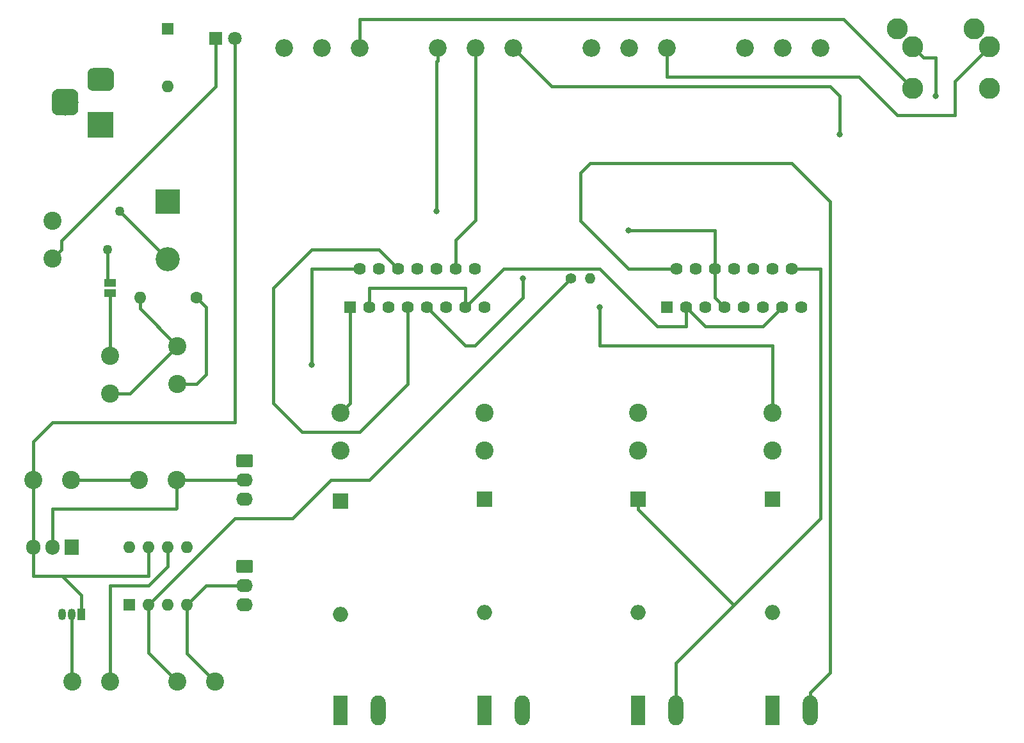
<source format=gbr>
G04 #@! TF.GenerationSoftware,KiCad,Pcbnew,(5.1.4)-1*
G04 #@! TF.CreationDate,2019-11-15T12:49:53-05:00*
G04 #@! TF.ProjectId,ffb,6666622e-6b69-4636-9164-5f7063625858,rev?*
G04 #@! TF.SameCoordinates,Original*
G04 #@! TF.FileFunction,Copper,L1,Top*
G04 #@! TF.FilePolarity,Positive*
%FSLAX46Y46*%
G04 Gerber Fmt 4.6, Leading zero omitted, Abs format (unit mm)*
G04 Created by KiCad (PCBNEW (5.1.4)-1) date 2019-11-15 12:49:53*
%MOMM*%
%LPD*%
G04 APERTURE LIST*
%ADD10C,2.400000*%
%ADD11C,1.600000*%
%ADD12O,1.600000X1.600000*%
%ADD13O,2.000000X2.000000*%
%ADD14R,2.000000X2.000000*%
%ADD15R,1.800000X1.800000*%
%ADD16C,1.800000*%
%ADD17R,3.200000X3.200000*%
%ADD18O,3.200000X3.200000*%
%ADD19C,1.270000*%
%ADD20R,3.500000X3.500000*%
%ADD21C,0.100000*%
%ADD22C,3.000000*%
%ADD23C,3.500000*%
%ADD24R,1.980000X3.960000*%
%ADD25O,1.980000X3.960000*%
%ADD26C,2.800000*%
%ADD27R,1.500000X1.000000*%
%ADD28C,1.740000*%
%ADD29O,2.200000X1.740000*%
%ADD30O,1.050000X1.500000*%
%ADD31R,1.050000X1.500000*%
%ADD32C,2.340000*%
%ADD33R,1.600000X1.600000*%
%ADD34C,1.400000*%
%ADD35O,1.400000X1.400000*%
%ADD36R,1.905000X2.000000*%
%ADD37O,1.905000X2.000000*%
%ADD38C,1.620000*%
%ADD39R,1.620000X1.620000*%
%ADD40C,0.800000*%
%ADD41C,0.400000*%
%ADD42C,0.250000*%
G04 APERTURE END LIST*
D10*
X71120000Y-81360000D03*
X71120000Y-86360000D03*
X62230000Y-87630000D03*
X62230000Y-82630000D03*
X54610000Y-64770000D03*
X54610000Y-69770000D03*
D11*
X73660000Y-74930000D03*
D12*
X66160000Y-74930000D03*
D13*
X132080000Y-116600000D03*
D14*
X132080000Y-101600000D03*
X149860000Y-101600000D03*
D13*
X149860000Y-116600000D03*
D14*
X111760000Y-101600000D03*
D13*
X111760000Y-116600000D03*
X92710000Y-116840000D03*
D14*
X92710000Y-101840000D03*
D15*
X76200000Y-40640000D03*
D16*
X78740000Y-40640000D03*
D17*
X69850000Y-62230000D03*
D18*
X69850000Y-69850000D03*
D19*
X61900000Y-68600000D03*
X63500000Y-63500000D03*
D20*
X60960000Y-52070000D03*
D21*
G36*
X62033513Y-44573611D02*
G01*
X62106318Y-44584411D01*
X62177714Y-44602295D01*
X62247013Y-44627090D01*
X62313548Y-44658559D01*
X62376678Y-44696398D01*
X62435795Y-44740242D01*
X62490330Y-44789670D01*
X62539758Y-44844205D01*
X62583602Y-44903322D01*
X62621441Y-44966452D01*
X62652910Y-45032987D01*
X62677705Y-45102286D01*
X62695589Y-45173682D01*
X62706389Y-45246487D01*
X62710000Y-45320000D01*
X62710000Y-46820000D01*
X62706389Y-46893513D01*
X62695589Y-46966318D01*
X62677705Y-47037714D01*
X62652910Y-47107013D01*
X62621441Y-47173548D01*
X62583602Y-47236678D01*
X62539758Y-47295795D01*
X62490330Y-47350330D01*
X62435795Y-47399758D01*
X62376678Y-47443602D01*
X62313548Y-47481441D01*
X62247013Y-47512910D01*
X62177714Y-47537705D01*
X62106318Y-47555589D01*
X62033513Y-47566389D01*
X61960000Y-47570000D01*
X59960000Y-47570000D01*
X59886487Y-47566389D01*
X59813682Y-47555589D01*
X59742286Y-47537705D01*
X59672987Y-47512910D01*
X59606452Y-47481441D01*
X59543322Y-47443602D01*
X59484205Y-47399758D01*
X59429670Y-47350330D01*
X59380242Y-47295795D01*
X59336398Y-47236678D01*
X59298559Y-47173548D01*
X59267090Y-47107013D01*
X59242295Y-47037714D01*
X59224411Y-46966318D01*
X59213611Y-46893513D01*
X59210000Y-46820000D01*
X59210000Y-45320000D01*
X59213611Y-45246487D01*
X59224411Y-45173682D01*
X59242295Y-45102286D01*
X59267090Y-45032987D01*
X59298559Y-44966452D01*
X59336398Y-44903322D01*
X59380242Y-44844205D01*
X59429670Y-44789670D01*
X59484205Y-44740242D01*
X59543322Y-44696398D01*
X59606452Y-44658559D01*
X59672987Y-44627090D01*
X59742286Y-44602295D01*
X59813682Y-44584411D01*
X59886487Y-44573611D01*
X59960000Y-44570000D01*
X61960000Y-44570000D01*
X62033513Y-44573611D01*
X62033513Y-44573611D01*
G37*
D22*
X60960000Y-46070000D03*
D21*
G36*
X57220765Y-47324213D02*
G01*
X57305704Y-47336813D01*
X57388999Y-47357677D01*
X57469848Y-47386605D01*
X57547472Y-47423319D01*
X57621124Y-47467464D01*
X57690094Y-47518616D01*
X57753718Y-47576282D01*
X57811384Y-47639906D01*
X57862536Y-47708876D01*
X57906681Y-47782528D01*
X57943395Y-47860152D01*
X57972323Y-47941001D01*
X57993187Y-48024296D01*
X58005787Y-48109235D01*
X58010000Y-48195000D01*
X58010000Y-49945000D01*
X58005787Y-50030765D01*
X57993187Y-50115704D01*
X57972323Y-50198999D01*
X57943395Y-50279848D01*
X57906681Y-50357472D01*
X57862536Y-50431124D01*
X57811384Y-50500094D01*
X57753718Y-50563718D01*
X57690094Y-50621384D01*
X57621124Y-50672536D01*
X57547472Y-50716681D01*
X57469848Y-50753395D01*
X57388999Y-50782323D01*
X57305704Y-50803187D01*
X57220765Y-50815787D01*
X57135000Y-50820000D01*
X55385000Y-50820000D01*
X55299235Y-50815787D01*
X55214296Y-50803187D01*
X55131001Y-50782323D01*
X55050152Y-50753395D01*
X54972528Y-50716681D01*
X54898876Y-50672536D01*
X54829906Y-50621384D01*
X54766282Y-50563718D01*
X54708616Y-50500094D01*
X54657464Y-50431124D01*
X54613319Y-50357472D01*
X54576605Y-50279848D01*
X54547677Y-50198999D01*
X54526813Y-50115704D01*
X54514213Y-50030765D01*
X54510000Y-49945000D01*
X54510000Y-48195000D01*
X54514213Y-48109235D01*
X54526813Y-48024296D01*
X54547677Y-47941001D01*
X54576605Y-47860152D01*
X54613319Y-47782528D01*
X54657464Y-47708876D01*
X54708616Y-47639906D01*
X54766282Y-47576282D01*
X54829906Y-47518616D01*
X54898876Y-47467464D01*
X54972528Y-47423319D01*
X55050152Y-47386605D01*
X55131001Y-47357677D01*
X55214296Y-47336813D01*
X55299235Y-47324213D01*
X55385000Y-47320000D01*
X57135000Y-47320000D01*
X57220765Y-47324213D01*
X57220765Y-47324213D01*
G37*
D23*
X56260000Y-49070000D03*
D24*
X132080000Y-129540000D03*
D25*
X137080000Y-129540000D03*
X154860000Y-129540000D03*
D24*
X149860000Y-129540000D03*
D26*
X176530000Y-39370000D03*
X178530000Y-41770000D03*
X178530000Y-47270000D03*
D25*
X116760000Y-129540000D03*
D24*
X111760000Y-129540000D03*
D26*
X168370000Y-47270000D03*
X168370000Y-41770000D03*
X166370000Y-39370000D03*
D24*
X92710000Y-129540000D03*
D25*
X97710000Y-129540000D03*
D27*
X62230000Y-74310000D03*
X62230000Y-73010000D03*
D21*
G36*
X80884505Y-109621204D02*
G01*
X80908773Y-109624804D01*
X80932572Y-109630765D01*
X80955671Y-109639030D01*
X80977850Y-109649520D01*
X80998893Y-109662132D01*
X81018599Y-109676747D01*
X81036777Y-109693223D01*
X81053253Y-109711401D01*
X81067868Y-109731107D01*
X81080480Y-109752150D01*
X81090970Y-109774329D01*
X81099235Y-109797428D01*
X81105196Y-109821227D01*
X81108796Y-109845495D01*
X81110000Y-109869999D01*
X81110000Y-111110001D01*
X81108796Y-111134505D01*
X81105196Y-111158773D01*
X81099235Y-111182572D01*
X81090970Y-111205671D01*
X81080480Y-111227850D01*
X81067868Y-111248893D01*
X81053253Y-111268599D01*
X81036777Y-111286777D01*
X81018599Y-111303253D01*
X80998893Y-111317868D01*
X80977850Y-111330480D01*
X80955671Y-111340970D01*
X80932572Y-111349235D01*
X80908773Y-111355196D01*
X80884505Y-111358796D01*
X80860001Y-111360000D01*
X79159999Y-111360000D01*
X79135495Y-111358796D01*
X79111227Y-111355196D01*
X79087428Y-111349235D01*
X79064329Y-111340970D01*
X79042150Y-111330480D01*
X79021107Y-111317868D01*
X79001401Y-111303253D01*
X78983223Y-111286777D01*
X78966747Y-111268599D01*
X78952132Y-111248893D01*
X78939520Y-111227850D01*
X78929030Y-111205671D01*
X78920765Y-111182572D01*
X78914804Y-111158773D01*
X78911204Y-111134505D01*
X78910000Y-111110001D01*
X78910000Y-109869999D01*
X78911204Y-109845495D01*
X78914804Y-109821227D01*
X78920765Y-109797428D01*
X78929030Y-109774329D01*
X78939520Y-109752150D01*
X78952132Y-109731107D01*
X78966747Y-109711401D01*
X78983223Y-109693223D01*
X79001401Y-109676747D01*
X79021107Y-109662132D01*
X79042150Y-109649520D01*
X79064329Y-109639030D01*
X79087428Y-109630765D01*
X79111227Y-109624804D01*
X79135495Y-109621204D01*
X79159999Y-109620000D01*
X80860001Y-109620000D01*
X80884505Y-109621204D01*
X80884505Y-109621204D01*
G37*
D28*
X80010000Y-110490000D03*
D29*
X80010000Y-113030000D03*
X80010000Y-115570000D03*
D30*
X57150000Y-116840000D03*
X55880000Y-116840000D03*
D31*
X58420000Y-116840000D03*
D10*
X57230000Y-125730000D03*
X62230000Y-125730000D03*
X66040000Y-99060000D03*
X71040000Y-99060000D03*
X57070000Y-99060000D03*
X52070000Y-99060000D03*
X71120000Y-125730000D03*
X76120000Y-125730000D03*
X132080000Y-95170000D03*
X132080000Y-90170000D03*
X149860000Y-90170000D03*
X149860000Y-95170000D03*
X111760000Y-90170000D03*
X111760000Y-95170000D03*
X92710000Y-95170000D03*
X92710000Y-90170000D03*
D32*
X135890000Y-41910000D03*
X130890000Y-41910000D03*
X125890000Y-41910000D03*
X146210000Y-41910000D03*
X151210000Y-41910000D03*
X156210000Y-41910000D03*
X115570000Y-41910000D03*
X110570000Y-41910000D03*
X105570000Y-41910000D03*
X85250000Y-41910000D03*
X90250000Y-41910000D03*
X95250000Y-41910000D03*
D33*
X69850000Y-39370000D03*
D12*
X69850000Y-46990000D03*
D34*
X123190000Y-72390000D03*
D35*
X125730000Y-72390000D03*
D33*
X64770000Y-115570000D03*
D12*
X72390000Y-107950000D03*
X67310000Y-115570000D03*
X69850000Y-107950000D03*
X69850000Y-115570000D03*
X67310000Y-107950000D03*
X72390000Y-115570000D03*
X64770000Y-107950000D03*
D36*
X57150000Y-107950000D03*
D37*
X54610000Y-107950000D03*
X52070000Y-107950000D03*
D38*
X152400000Y-71120000D03*
X149860000Y-71120000D03*
X147320000Y-71120000D03*
X144780000Y-71120000D03*
X142240000Y-71120000D03*
X139700000Y-71120000D03*
X137160000Y-71120000D03*
X153670000Y-76200000D03*
X151130000Y-76200000D03*
X148590000Y-76200000D03*
X146050000Y-76200000D03*
X143510000Y-76200000D03*
X140970000Y-76200000D03*
X138430000Y-76200000D03*
D39*
X135890000Y-76200000D03*
X93980000Y-76200000D03*
D38*
X96520000Y-76200000D03*
X99060000Y-76200000D03*
X101600000Y-76200000D03*
X104140000Y-76200000D03*
X106680000Y-76200000D03*
X109220000Y-76200000D03*
X111760000Y-76200000D03*
X95250000Y-71120000D03*
X97790000Y-71120000D03*
X100330000Y-71120000D03*
X102870000Y-71120000D03*
X105410000Y-71120000D03*
X107950000Y-71120000D03*
X110490000Y-71120000D03*
D21*
G36*
X80884505Y-95651204D02*
G01*
X80908773Y-95654804D01*
X80932572Y-95660765D01*
X80955671Y-95669030D01*
X80977850Y-95679520D01*
X80998893Y-95692132D01*
X81018599Y-95706747D01*
X81036777Y-95723223D01*
X81053253Y-95741401D01*
X81067868Y-95761107D01*
X81080480Y-95782150D01*
X81090970Y-95804329D01*
X81099235Y-95827428D01*
X81105196Y-95851227D01*
X81108796Y-95875495D01*
X81110000Y-95899999D01*
X81110000Y-97140001D01*
X81108796Y-97164505D01*
X81105196Y-97188773D01*
X81099235Y-97212572D01*
X81090970Y-97235671D01*
X81080480Y-97257850D01*
X81067868Y-97278893D01*
X81053253Y-97298599D01*
X81036777Y-97316777D01*
X81018599Y-97333253D01*
X80998893Y-97347868D01*
X80977850Y-97360480D01*
X80955671Y-97370970D01*
X80932572Y-97379235D01*
X80908773Y-97385196D01*
X80884505Y-97388796D01*
X80860001Y-97390000D01*
X79159999Y-97390000D01*
X79135495Y-97388796D01*
X79111227Y-97385196D01*
X79087428Y-97379235D01*
X79064329Y-97370970D01*
X79042150Y-97360480D01*
X79021107Y-97347868D01*
X79001401Y-97333253D01*
X78983223Y-97316777D01*
X78966747Y-97298599D01*
X78952132Y-97278893D01*
X78939520Y-97257850D01*
X78929030Y-97235671D01*
X78920765Y-97212572D01*
X78914804Y-97188773D01*
X78911204Y-97164505D01*
X78910000Y-97140001D01*
X78910000Y-95899999D01*
X78911204Y-95875495D01*
X78914804Y-95851227D01*
X78920765Y-95827428D01*
X78929030Y-95804329D01*
X78939520Y-95782150D01*
X78952132Y-95761107D01*
X78966747Y-95741401D01*
X78983223Y-95723223D01*
X79001401Y-95706747D01*
X79021107Y-95692132D01*
X79042150Y-95679520D01*
X79064329Y-95669030D01*
X79087428Y-95660765D01*
X79111227Y-95654804D01*
X79135495Y-95651204D01*
X79159999Y-95650000D01*
X80860001Y-95650000D01*
X80884505Y-95651204D01*
X80884505Y-95651204D01*
G37*
D28*
X80010000Y-96520000D03*
D29*
X80010000Y-99060000D03*
X80010000Y-101600000D03*
D40*
X130810000Y-66040000D03*
X88900000Y-83820000D03*
X105410000Y-63500000D03*
X116840000Y-72390000D03*
X171450000Y-48260000D03*
X158750000Y-53340000D03*
X127000000Y-76200000D03*
D41*
X71040000Y-99060000D02*
X80010000Y-99060000D01*
X71040000Y-99060000D02*
X71040000Y-102790000D01*
X71040000Y-102790000D02*
X70960000Y-102870000D01*
X70960000Y-102870000D02*
X54610000Y-102870000D01*
X54610000Y-106680000D02*
X54610000Y-107950000D01*
X54610000Y-102870000D02*
X54610000Y-106680000D01*
X72390000Y-122000000D02*
X76120000Y-125730000D01*
X72390000Y-115570000D02*
X72390000Y-122000000D01*
X72390000Y-115570000D02*
X74930000Y-113030000D01*
X74930000Y-113030000D02*
X80010000Y-113030000D01*
X71120000Y-86360000D02*
X73660000Y-86360000D01*
X73660000Y-86360000D02*
X74930000Y-85090000D01*
X74930000Y-76200000D02*
X73660000Y-74930000D01*
X74930000Y-85090000D02*
X74930000Y-76200000D01*
X64850000Y-87630000D02*
X71120000Y-81360000D01*
X62230000Y-87630000D02*
X64850000Y-87630000D01*
X66160000Y-76400000D02*
X66160000Y-74930000D01*
X71120000Y-81360000D02*
X66160000Y-76400000D01*
X97790000Y-68580000D02*
X88900000Y-68580000D01*
X100330000Y-71120000D02*
X97790000Y-68580000D01*
X88900000Y-68580000D02*
X83820000Y-73660000D01*
X83820000Y-73660000D02*
X83820000Y-88900000D01*
X83820000Y-88900000D02*
X87630000Y-92710000D01*
X87630000Y-92710000D02*
X95250000Y-92710000D01*
X95250000Y-92710000D02*
X101600000Y-86360000D01*
X101600000Y-86360000D02*
X101600000Y-76200000D01*
X130810000Y-66040000D02*
X142240000Y-66040000D01*
X142240000Y-66040000D02*
X142240000Y-71120000D01*
X142240000Y-74930000D02*
X143510000Y-76200000D01*
X142240000Y-71120000D02*
X142240000Y-74930000D01*
X152400000Y-71120000D02*
X156210000Y-71120000D01*
X156210000Y-71120000D02*
X156210000Y-104140000D01*
X137080000Y-123270000D02*
X137080000Y-129540000D01*
X144650000Y-115570000D02*
X144780000Y-115570000D01*
X132080000Y-103000000D02*
X144650000Y-115570000D01*
X132080000Y-101600000D02*
X132080000Y-103000000D01*
X156210000Y-104140000D02*
X144780000Y-115570000D01*
X144780000Y-115570000D02*
X137080000Y-123270000D01*
X137160000Y-71120000D02*
X130810000Y-71120000D01*
X130810000Y-71120000D02*
X124460000Y-64770000D01*
X124460000Y-64770000D02*
X124460000Y-58420000D01*
X124460000Y-58420000D02*
X125730000Y-57150000D01*
X125730000Y-57150000D02*
X152400000Y-57150000D01*
X152400000Y-57150000D02*
X157480000Y-62230000D01*
X154860000Y-127160000D02*
X154860000Y-129540000D01*
X157480000Y-124540000D02*
X154860000Y-127160000D01*
X157480000Y-62230000D02*
X157480000Y-124540000D01*
X88900000Y-83820000D02*
X88900000Y-71120000D01*
X88900000Y-71120000D02*
X95250000Y-71120000D01*
X76200000Y-46990000D02*
X76200000Y-40640000D01*
X55809999Y-67380001D02*
X76200000Y-46990000D01*
X54610000Y-69770000D02*
X55809999Y-68570001D01*
X55809999Y-68570001D02*
X55809999Y-67380001D01*
X58420000Y-114300000D02*
X58420000Y-116840000D01*
X55880000Y-111760000D02*
X58420000Y-114300000D01*
X52070000Y-107950000D02*
X52070000Y-111760000D01*
X52070000Y-111760000D02*
X55880000Y-111760000D01*
X67310000Y-107950000D02*
X67310000Y-111760000D01*
X67310000Y-111760000D02*
X55880000Y-111760000D01*
X52070000Y-99060000D02*
X52070000Y-107950000D01*
X78740000Y-91440000D02*
X78740000Y-52070000D01*
X54610000Y-91440000D02*
X78740000Y-91440000D01*
X52070000Y-99060000D02*
X52070000Y-93980000D01*
X52070000Y-93980000D02*
X54610000Y-91440000D01*
X78740000Y-52070000D02*
X78740000Y-40640000D01*
D42*
X71120000Y-60960000D02*
X69850000Y-62230000D01*
D41*
X68250001Y-68250001D02*
X63500000Y-63500000D01*
X69850000Y-69850000D02*
X68250001Y-68250001D01*
X61900000Y-72680000D02*
X62230000Y-73010000D01*
X61900000Y-68600000D02*
X61900000Y-72680000D01*
X105570000Y-43564629D02*
X105410000Y-43724629D01*
X105570000Y-41910000D02*
X105570000Y-43564629D01*
X105410000Y-43724629D02*
X105410000Y-63500000D01*
X105410000Y-63500000D02*
X105410000Y-63500000D01*
X116840000Y-72390000D02*
X116840000Y-74930000D01*
X116840000Y-74930000D02*
X110490000Y-81280000D01*
X109220000Y-81280000D02*
X104140000Y-76200000D01*
X110490000Y-81280000D02*
X109220000Y-81280000D01*
X135890000Y-41910000D02*
X135890000Y-45720000D01*
X135890000Y-45720000D02*
X161290000Y-45720000D01*
X161290000Y-45720000D02*
X166370000Y-50800000D01*
X166370000Y-50800000D02*
X173990000Y-50800000D01*
X173990000Y-46310000D02*
X178530000Y-41770000D01*
X173990000Y-50800000D02*
X173990000Y-46310000D01*
X95250000Y-41910000D02*
X95250000Y-38100000D01*
X159200000Y-38100000D02*
X168370000Y-47270000D01*
X95250000Y-38100000D02*
X159200000Y-38100000D01*
X120650000Y-46990000D02*
X115570000Y-41910000D01*
X157480000Y-46990000D02*
X120650000Y-46990000D01*
X158750000Y-48260000D02*
X157480000Y-46990000D01*
X158750000Y-49108542D02*
X158750000Y-48260000D01*
X171450000Y-48260000D02*
X171450000Y-48260000D01*
X158750000Y-53340000D02*
X158750000Y-49530000D01*
X158750000Y-49530000D02*
X158750000Y-48260000D01*
X171450000Y-48260000D02*
X171450000Y-43180000D01*
X169780000Y-43180000D02*
X168370000Y-41770000D01*
X171450000Y-43180000D02*
X169780000Y-43180000D01*
X62230000Y-74310000D02*
X62230000Y-82630000D01*
X96520000Y-76200000D02*
X96520000Y-73660000D01*
X96520000Y-73660000D02*
X109220000Y-73660000D01*
X109220000Y-76200000D02*
X109220000Y-73660000D01*
X138430000Y-78740000D02*
X138430000Y-76200000D01*
X134620000Y-78740000D02*
X138430000Y-78740000D01*
X127000000Y-71120000D02*
X134620000Y-78740000D01*
X109220000Y-76200000D02*
X114300000Y-71120000D01*
X114300000Y-71120000D02*
X127000000Y-71120000D01*
X151130000Y-76200000D02*
X148590000Y-78740000D01*
X140970000Y-78740000D02*
X138430000Y-76200000D01*
X148590000Y-78740000D02*
X140970000Y-78740000D01*
X57150000Y-125650000D02*
X57230000Y-125730000D01*
X57150000Y-116840000D02*
X57150000Y-125650000D01*
X62230000Y-125730000D02*
X62230000Y-113030000D01*
X62230000Y-113030000D02*
X67310000Y-113030000D01*
X69850000Y-110490000D02*
X69850000Y-107950000D01*
X67310000Y-113030000D02*
X69850000Y-110490000D01*
X57070000Y-99060000D02*
X66040000Y-99060000D01*
X67310000Y-121920000D02*
X71120000Y-125730000D01*
X67310000Y-115570000D02*
X67310000Y-121920000D01*
X67310000Y-115570000D02*
X78740000Y-104140000D01*
X78740000Y-104140000D02*
X86360000Y-104140000D01*
X86360000Y-104140000D02*
X91440000Y-99060000D01*
X91440000Y-99060000D02*
X96520000Y-99060000D01*
X96520000Y-99060000D02*
X123190000Y-72390000D01*
X127000000Y-76200000D02*
X127000000Y-81280000D01*
X127000000Y-81280000D02*
X149860000Y-81280000D01*
X149860000Y-81280000D02*
X149860000Y-90170000D01*
X93980000Y-88900000D02*
X92710000Y-90170000D01*
X93980000Y-76200000D02*
X93980000Y-88900000D01*
X110570000Y-41910000D02*
X110570000Y-64690000D01*
X110570000Y-64690000D02*
X107950000Y-67310000D01*
X107950000Y-67310000D02*
X107950000Y-71120000D01*
M02*

</source>
